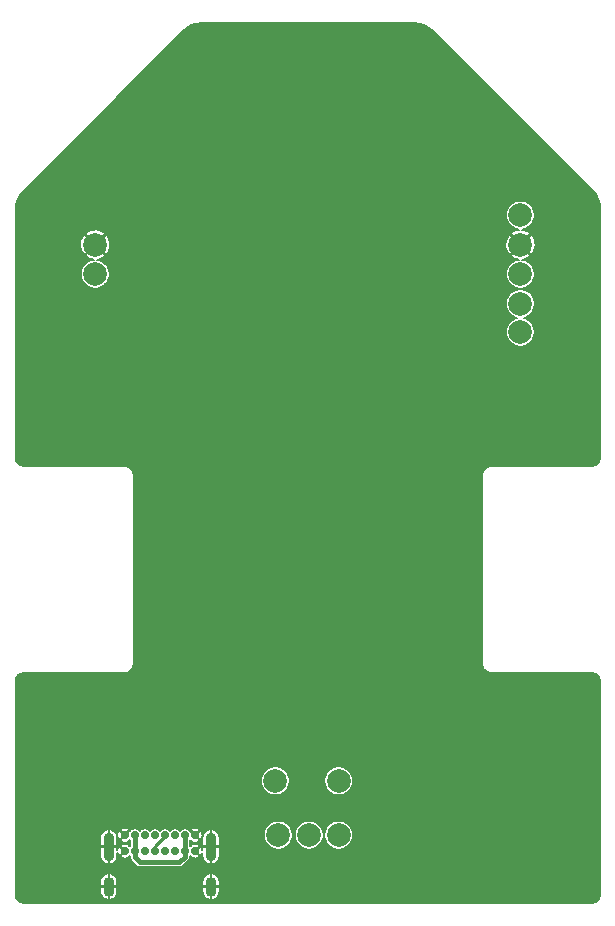
<source format=gbr>
G04 #@! TF.GenerationSoftware,KiCad,Pcbnew,5.1.7-a382d34a8~87~ubuntu18.04.1*
G04 #@! TF.CreationDate,2020-11-02T16:56:13+01:00*
G04 #@! TF.ProjectId,debug_station,64656275-675f-4737-9461-74696f6e2e6b,rev?*
G04 #@! TF.SameCoordinates,Original*
G04 #@! TF.FileFunction,Copper,L2,Bot*
G04 #@! TF.FilePolarity,Positive*
%FSLAX46Y46*%
G04 Gerber Fmt 4.6, Leading zero omitted, Abs format (unit mm)*
G04 Created by KiCad (PCBNEW 5.1.7-a382d34a8~87~ubuntu18.04.1) date 2020-11-02 16:56:13*
%MOMM*%
%LPD*%
G01*
G04 APERTURE LIST*
G04 #@! TA.AperFunction,ComponentPad*
%ADD10C,2.000000*%
G04 #@! TD*
G04 #@! TA.AperFunction,ComponentPad*
%ADD11O,0.900000X1.700000*%
G04 #@! TD*
G04 #@! TA.AperFunction,ComponentPad*
%ADD12O,0.900000X2.400000*%
G04 #@! TD*
G04 #@! TA.AperFunction,ComponentPad*
%ADD13C,0.700000*%
G04 #@! TD*
G04 #@! TA.AperFunction,ViaPad*
%ADD14C,0.800000*%
G04 #@! TD*
G04 #@! TA.AperFunction,Conductor*
%ADD15C,0.406400*%
G04 #@! TD*
G04 #@! TA.AperFunction,Conductor*
%ADD16C,0.152400*%
G04 #@! TD*
G04 #@! TA.AperFunction,Conductor*
%ADD17C,0.254000*%
G04 #@! TD*
G04 #@! TA.AperFunction,Conductor*
%ADD18C,0.100000*%
G04 #@! TD*
G04 APERTURE END LIST*
D10*
X34500000Y-192000000D03*
X37100000Y-192000000D03*
X55000000Y-139500000D03*
X39600000Y-187400000D03*
X34250000Y-187400000D03*
X39600000Y-192000000D03*
X19000000Y-142000000D03*
X19000000Y-144500000D03*
X55000000Y-142000000D03*
X55000000Y-144500000D03*
X55000000Y-149400000D03*
X55000000Y-147000000D03*
D11*
X28800000Y-196360000D03*
X20150000Y-196360000D03*
D12*
X28800000Y-192980000D03*
X20150000Y-192980000D03*
D13*
X24900000Y-193350000D03*
X27450000Y-193350000D03*
X26600000Y-193350000D03*
X25750000Y-193350000D03*
X21500000Y-193350000D03*
X23200000Y-193350000D03*
X24050000Y-193350000D03*
X22350000Y-193350000D03*
X27450000Y-192000000D03*
X26600000Y-192000000D03*
X25750000Y-192000000D03*
X24900000Y-192000000D03*
X24050000Y-192000000D03*
X23200000Y-192000000D03*
X22350000Y-192000000D03*
X21500000Y-192000000D03*
D14*
X19000000Y-142000000D03*
X19000000Y-144500000D03*
D15*
X39100000Y-191500000D02*
X39600000Y-192000000D01*
X22350000Y-192000000D02*
X22350000Y-193350000D01*
X26600000Y-192000000D02*
X26600000Y-193350000D01*
X22350000Y-193350000D02*
X22350000Y-193850000D01*
X22350000Y-193850000D02*
X22800000Y-194300000D01*
X26600000Y-193833088D02*
X26600000Y-193350000D01*
X26133088Y-194300000D02*
X26600000Y-193833088D01*
X22800000Y-194300000D02*
X26133088Y-194300000D01*
D16*
X39050000Y-187750000D02*
X39600000Y-187200000D01*
D17*
X24900000Y-192081514D02*
X24900000Y-192000000D01*
X24050000Y-192931514D02*
X24900000Y-192081514D01*
X24050000Y-193350000D02*
X24050000Y-192931514D01*
D16*
X46436094Y-123297576D02*
X46855571Y-123424223D01*
X47242469Y-123629941D01*
X47591462Y-123914572D01*
X61079676Y-137402787D01*
X61365715Y-137751017D01*
X61572777Y-138137185D01*
X61700889Y-138556222D01*
X61746400Y-139004270D01*
X61746401Y-157987541D01*
X61746400Y-159987593D01*
X61730991Y-160144742D01*
X61688957Y-160283968D01*
X61620679Y-160412379D01*
X61528760Y-160525083D01*
X61416701Y-160617786D01*
X61288772Y-160686957D01*
X61149840Y-160729963D01*
X60993459Y-160746400D01*
X52487541Y-160746400D01*
X52476600Y-160747477D01*
X52473526Y-160747456D01*
X52470001Y-160747801D01*
X52372953Y-160758001D01*
X52350442Y-160762622D01*
X52327860Y-160766930D01*
X52324470Y-160767953D01*
X52231251Y-160796809D01*
X52210027Y-160805731D01*
X52188749Y-160814328D01*
X52185622Y-160815990D01*
X52099785Y-160862403D01*
X52080738Y-160875250D01*
X52061497Y-160887841D01*
X52058753Y-160890079D01*
X51983564Y-160952281D01*
X51967347Y-160968612D01*
X51950948Y-160984671D01*
X51948690Y-160987399D01*
X51887014Y-161063020D01*
X51874284Y-161082181D01*
X51861307Y-161101133D01*
X51859623Y-161104247D01*
X51813811Y-161190408D01*
X51805050Y-161211664D01*
X51795998Y-161232783D01*
X51794951Y-161236165D01*
X51766746Y-161329583D01*
X51762277Y-161352155D01*
X51757503Y-161374615D01*
X51757132Y-161378137D01*
X51747689Y-161474452D01*
X51746400Y-161487542D01*
X51746401Y-177512459D01*
X51747478Y-177523390D01*
X51747456Y-177526475D01*
X51747801Y-177529999D01*
X51758001Y-177627047D01*
X51762625Y-177649571D01*
X51766930Y-177672140D01*
X51767953Y-177675530D01*
X51796809Y-177768749D01*
X51805736Y-177789985D01*
X51814328Y-177811251D01*
X51815990Y-177814377D01*
X51862403Y-177900215D01*
X51875234Y-177919238D01*
X51887841Y-177938503D01*
X51890079Y-177941247D01*
X51952281Y-178016436D01*
X51968612Y-178032653D01*
X51984671Y-178049052D01*
X51987399Y-178051310D01*
X52063020Y-178112986D01*
X52082163Y-178125704D01*
X52101132Y-178138693D01*
X52104247Y-178140377D01*
X52190408Y-178186189D01*
X52211668Y-178194951D01*
X52232783Y-178204001D01*
X52236165Y-178205049D01*
X52329583Y-178233254D01*
X52352155Y-178237723D01*
X52374615Y-178242497D01*
X52378137Y-178242868D01*
X52475254Y-178252390D01*
X52475255Y-178252390D01*
X52487541Y-178253600D01*
X60987593Y-178253600D01*
X61144744Y-178269009D01*
X61283964Y-178311042D01*
X61412378Y-178379320D01*
X61525083Y-178471240D01*
X61617786Y-178583299D01*
X61686957Y-178711228D01*
X61729963Y-178850160D01*
X61746400Y-179006541D01*
X61746401Y-182987532D01*
X61746400Y-182987542D01*
X61746401Y-196987583D01*
X61730991Y-197144742D01*
X61688957Y-197283968D01*
X61620679Y-197412379D01*
X61528760Y-197525083D01*
X61416701Y-197617786D01*
X61288772Y-197686957D01*
X61149840Y-197729963D01*
X60993459Y-197746400D01*
X13012407Y-197746400D01*
X12855258Y-197730991D01*
X12716032Y-197688957D01*
X12587621Y-197620679D01*
X12474917Y-197528760D01*
X12382214Y-197416701D01*
X12313043Y-197288772D01*
X12270037Y-197149840D01*
X12253600Y-196993459D01*
X12253600Y-196385400D01*
X19420600Y-196385400D01*
X19420600Y-196785400D01*
X19439571Y-196927211D01*
X19485843Y-197062596D01*
X19557638Y-197186352D01*
X19652197Y-197293724D01*
X19765887Y-197380585D01*
X19894338Y-197443597D01*
X20010879Y-197476010D01*
X20124600Y-197419061D01*
X20124600Y-196385400D01*
X20175400Y-196385400D01*
X20175400Y-197419061D01*
X20289121Y-197476010D01*
X20405662Y-197443597D01*
X20534113Y-197380585D01*
X20647803Y-197293724D01*
X20742362Y-197186352D01*
X20814157Y-197062596D01*
X20860429Y-196927211D01*
X20879400Y-196785400D01*
X20879400Y-196385400D01*
X28070600Y-196385400D01*
X28070600Y-196785400D01*
X28089571Y-196927211D01*
X28135843Y-197062596D01*
X28207638Y-197186352D01*
X28302197Y-197293724D01*
X28415887Y-197380585D01*
X28544338Y-197443597D01*
X28660879Y-197476010D01*
X28774600Y-197419061D01*
X28774600Y-196385400D01*
X28825400Y-196385400D01*
X28825400Y-197419061D01*
X28939121Y-197476010D01*
X29055662Y-197443597D01*
X29184113Y-197380585D01*
X29297803Y-197293724D01*
X29392362Y-197186352D01*
X29464157Y-197062596D01*
X29510429Y-196927211D01*
X29529400Y-196785400D01*
X29529400Y-196385400D01*
X28825400Y-196385400D01*
X28774600Y-196385400D01*
X28070600Y-196385400D01*
X20879400Y-196385400D01*
X20175400Y-196385400D01*
X20124600Y-196385400D01*
X19420600Y-196385400D01*
X12253600Y-196385400D01*
X12253600Y-195934600D01*
X19420600Y-195934600D01*
X19420600Y-196334600D01*
X20124600Y-196334600D01*
X20124600Y-195300939D01*
X20175400Y-195300939D01*
X20175400Y-196334600D01*
X20879400Y-196334600D01*
X20879400Y-195934600D01*
X28070600Y-195934600D01*
X28070600Y-196334600D01*
X28774600Y-196334600D01*
X28774600Y-195300939D01*
X28825400Y-195300939D01*
X28825400Y-196334600D01*
X29529400Y-196334600D01*
X29529400Y-195934600D01*
X29510429Y-195792789D01*
X29464157Y-195657404D01*
X29392362Y-195533648D01*
X29297803Y-195426276D01*
X29184113Y-195339415D01*
X29055662Y-195276403D01*
X28939121Y-195243990D01*
X28825400Y-195300939D01*
X28774600Y-195300939D01*
X28660879Y-195243990D01*
X28544338Y-195276403D01*
X28415887Y-195339415D01*
X28302197Y-195426276D01*
X28207638Y-195533648D01*
X28135843Y-195657404D01*
X28089571Y-195792789D01*
X28070600Y-195934600D01*
X20879400Y-195934600D01*
X20860429Y-195792789D01*
X20814157Y-195657404D01*
X20742362Y-195533648D01*
X20647803Y-195426276D01*
X20534113Y-195339415D01*
X20405662Y-195276403D01*
X20289121Y-195243990D01*
X20175400Y-195300939D01*
X20124600Y-195300939D01*
X20010879Y-195243990D01*
X19894338Y-195276403D01*
X19765887Y-195339415D01*
X19652197Y-195426276D01*
X19557638Y-195533648D01*
X19485843Y-195657404D01*
X19439571Y-195792789D01*
X19420600Y-195934600D01*
X12253600Y-195934600D01*
X12253600Y-193005400D01*
X19420600Y-193005400D01*
X19420600Y-193755400D01*
X19439571Y-193897211D01*
X19485843Y-194032596D01*
X19557638Y-194156352D01*
X19652197Y-194263724D01*
X19765887Y-194350585D01*
X19894338Y-194413597D01*
X20010879Y-194446010D01*
X20124600Y-194389061D01*
X20124600Y-193005400D01*
X20175400Y-193005400D01*
X20175400Y-194389061D01*
X20289121Y-194446010D01*
X20405662Y-194413597D01*
X20534113Y-194350585D01*
X20647803Y-194263724D01*
X20742362Y-194156352D01*
X20814157Y-194032596D01*
X20860429Y-193897211D01*
X20879400Y-193755400D01*
X20879400Y-193469730D01*
X20879819Y-193473945D01*
X20915916Y-193592554D01*
X20973824Y-193700893D01*
X21084631Y-193729448D01*
X21464079Y-193350000D01*
X21084631Y-192970552D01*
X20973824Y-192999107D01*
X20915479Y-193108502D01*
X20879596Y-193227177D01*
X20879400Y-193229186D01*
X20879400Y-193005400D01*
X20175400Y-193005400D01*
X20124600Y-193005400D01*
X19420600Y-193005400D01*
X12253600Y-193005400D01*
X12253600Y-192204600D01*
X19420600Y-192204600D01*
X19420600Y-192954600D01*
X20124600Y-192954600D01*
X20124600Y-191570939D01*
X20175400Y-191570939D01*
X20175400Y-192954600D01*
X20879400Y-192954600D01*
X20879400Y-192415369D01*
X21120552Y-192415369D01*
X21149107Y-192526176D01*
X21258502Y-192584521D01*
X21377177Y-192620404D01*
X21500571Y-192632445D01*
X21623945Y-192620181D01*
X21742554Y-192584084D01*
X21850893Y-192526176D01*
X21879447Y-192415371D01*
X21918200Y-192454124D01*
X21918201Y-192895875D01*
X21879447Y-192934629D01*
X21850893Y-192823824D01*
X21741498Y-192765479D01*
X21622823Y-192729596D01*
X21499429Y-192717555D01*
X21376055Y-192729819D01*
X21257446Y-192765916D01*
X21149107Y-192823824D01*
X21120552Y-192934631D01*
X21500000Y-193314079D01*
X21514143Y-193299937D01*
X21550064Y-193335858D01*
X21535921Y-193350000D01*
X21550064Y-193364143D01*
X21514143Y-193400064D01*
X21500000Y-193385921D01*
X21120552Y-193765369D01*
X21149107Y-193876176D01*
X21258502Y-193934521D01*
X21377177Y-193970404D01*
X21500571Y-193982445D01*
X21623945Y-193970181D01*
X21742554Y-193934084D01*
X21850893Y-193876176D01*
X21879447Y-193765371D01*
X21918201Y-193804125D01*
X21918201Y-193828781D01*
X21916111Y-193850000D01*
X21924448Y-193934647D01*
X21938948Y-193982445D01*
X21949140Y-194016042D01*
X21989235Y-194091056D01*
X22043195Y-194156806D01*
X22059674Y-194170330D01*
X22479674Y-194590332D01*
X22493194Y-194606806D01*
X22558944Y-194660766D01*
X22633958Y-194700861D01*
X22715352Y-194725552D01*
X22799999Y-194733889D01*
X22821209Y-194731800D01*
X26111878Y-194731800D01*
X26133088Y-194733889D01*
X26154298Y-194731800D01*
X26217736Y-194725552D01*
X26299130Y-194700861D01*
X26374144Y-194660766D01*
X26439894Y-194606806D01*
X26453422Y-194590322D01*
X26890333Y-194153413D01*
X26906806Y-194139894D01*
X26960766Y-194074144D01*
X27000861Y-193999130D01*
X27025552Y-193917736D01*
X27031800Y-193854298D01*
X27031800Y-193854297D01*
X27033889Y-193833089D01*
X27031800Y-193811879D01*
X27031800Y-193804124D01*
X27070553Y-193765371D01*
X27099107Y-193876176D01*
X27208502Y-193934521D01*
X27327177Y-193970404D01*
X27450571Y-193982445D01*
X27573945Y-193970181D01*
X27692554Y-193934084D01*
X27800893Y-193876176D01*
X27829448Y-193765369D01*
X27450000Y-193385921D01*
X27435858Y-193400064D01*
X27399937Y-193364143D01*
X27414079Y-193350000D01*
X27485921Y-193350000D01*
X27865369Y-193729448D01*
X27976176Y-193700893D01*
X28034521Y-193591498D01*
X28070404Y-193472823D01*
X28070600Y-193470814D01*
X28070600Y-193755400D01*
X28089571Y-193897211D01*
X28135843Y-194032596D01*
X28207638Y-194156352D01*
X28302197Y-194263724D01*
X28415887Y-194350585D01*
X28544338Y-194413597D01*
X28660879Y-194446010D01*
X28774600Y-194389061D01*
X28774600Y-193005400D01*
X28825400Y-193005400D01*
X28825400Y-194389061D01*
X28939121Y-194446010D01*
X29055662Y-194413597D01*
X29184113Y-194350585D01*
X29297803Y-194263724D01*
X29392362Y-194156352D01*
X29464157Y-194032596D01*
X29510429Y-193897211D01*
X29529400Y-193755400D01*
X29529400Y-193005400D01*
X28825400Y-193005400D01*
X28774600Y-193005400D01*
X28070600Y-193005400D01*
X28070600Y-193230270D01*
X28070181Y-193226055D01*
X28034084Y-193107446D01*
X27976176Y-192999107D01*
X27865369Y-192970552D01*
X27485921Y-193350000D01*
X27414079Y-193350000D01*
X27399937Y-193335858D01*
X27435858Y-193299937D01*
X27450000Y-193314079D01*
X27829448Y-192934631D01*
X27800893Y-192823824D01*
X27691498Y-192765479D01*
X27572823Y-192729596D01*
X27449429Y-192717555D01*
X27326055Y-192729819D01*
X27207446Y-192765916D01*
X27099107Y-192823824D01*
X27070553Y-192934629D01*
X27031800Y-192895876D01*
X27031800Y-192454124D01*
X27070553Y-192415371D01*
X27099107Y-192526176D01*
X27208502Y-192584521D01*
X27327177Y-192620404D01*
X27450571Y-192632445D01*
X27573945Y-192620181D01*
X27692554Y-192584084D01*
X27800893Y-192526176D01*
X27829448Y-192415369D01*
X27450000Y-192035921D01*
X27435858Y-192050064D01*
X27399937Y-192014143D01*
X27414079Y-192000000D01*
X27485921Y-192000000D01*
X27865369Y-192379448D01*
X27976176Y-192350893D01*
X28034521Y-192241498D01*
X28045677Y-192204600D01*
X28070600Y-192204600D01*
X28070600Y-192954600D01*
X28774600Y-192954600D01*
X28774600Y-191570939D01*
X28825400Y-191570939D01*
X28825400Y-192954600D01*
X29529400Y-192954600D01*
X29529400Y-192204600D01*
X29510429Y-192062789D01*
X29464157Y-191927404D01*
X29436073Y-191878993D01*
X33271400Y-191878993D01*
X33271400Y-192121007D01*
X33318614Y-192358369D01*
X33411229Y-192581960D01*
X33545684Y-192783187D01*
X33716813Y-192954316D01*
X33918040Y-193088771D01*
X34141631Y-193181386D01*
X34378993Y-193228600D01*
X34621007Y-193228600D01*
X34858369Y-193181386D01*
X35081960Y-193088771D01*
X35283187Y-192954316D01*
X35454316Y-192783187D01*
X35588771Y-192581960D01*
X35681386Y-192358369D01*
X35728600Y-192121007D01*
X35728600Y-191878993D01*
X35871400Y-191878993D01*
X35871400Y-192121007D01*
X35918614Y-192358369D01*
X36011229Y-192581960D01*
X36145684Y-192783187D01*
X36316813Y-192954316D01*
X36518040Y-193088771D01*
X36741631Y-193181386D01*
X36978993Y-193228600D01*
X37221007Y-193228600D01*
X37458369Y-193181386D01*
X37681960Y-193088771D01*
X37883187Y-192954316D01*
X38054316Y-192783187D01*
X38188771Y-192581960D01*
X38281386Y-192358369D01*
X38328600Y-192121007D01*
X38328600Y-191878993D01*
X38371400Y-191878993D01*
X38371400Y-192121007D01*
X38418614Y-192358369D01*
X38511229Y-192581960D01*
X38645684Y-192783187D01*
X38816813Y-192954316D01*
X39018040Y-193088771D01*
X39241631Y-193181386D01*
X39478993Y-193228600D01*
X39721007Y-193228600D01*
X39958369Y-193181386D01*
X40181960Y-193088771D01*
X40383187Y-192954316D01*
X40554316Y-192783187D01*
X40688771Y-192581960D01*
X40781386Y-192358369D01*
X40828600Y-192121007D01*
X40828600Y-191878993D01*
X40781386Y-191641631D01*
X40688771Y-191418040D01*
X40554316Y-191216813D01*
X40383187Y-191045684D01*
X40181960Y-190911229D01*
X39958369Y-190818614D01*
X39721007Y-190771400D01*
X39478993Y-190771400D01*
X39241631Y-190818614D01*
X39018040Y-190911229D01*
X38816813Y-191045684D01*
X38645684Y-191216813D01*
X38511229Y-191418040D01*
X38418614Y-191641631D01*
X38371400Y-191878993D01*
X38328600Y-191878993D01*
X38281386Y-191641631D01*
X38188771Y-191418040D01*
X38054316Y-191216813D01*
X37883187Y-191045684D01*
X37681960Y-190911229D01*
X37458369Y-190818614D01*
X37221007Y-190771400D01*
X36978993Y-190771400D01*
X36741631Y-190818614D01*
X36518040Y-190911229D01*
X36316813Y-191045684D01*
X36145684Y-191216813D01*
X36011229Y-191418040D01*
X35918614Y-191641631D01*
X35871400Y-191878993D01*
X35728600Y-191878993D01*
X35681386Y-191641631D01*
X35588771Y-191418040D01*
X35454316Y-191216813D01*
X35283187Y-191045684D01*
X35081960Y-190911229D01*
X34858369Y-190818614D01*
X34621007Y-190771400D01*
X34378993Y-190771400D01*
X34141631Y-190818614D01*
X33918040Y-190911229D01*
X33716813Y-191045684D01*
X33545684Y-191216813D01*
X33411229Y-191418040D01*
X33318614Y-191641631D01*
X33271400Y-191878993D01*
X29436073Y-191878993D01*
X29392362Y-191803648D01*
X29297803Y-191696276D01*
X29184113Y-191609415D01*
X29055662Y-191546403D01*
X28939121Y-191513990D01*
X28825400Y-191570939D01*
X28774600Y-191570939D01*
X28660879Y-191513990D01*
X28544338Y-191546403D01*
X28415887Y-191609415D01*
X28302197Y-191696276D01*
X28207638Y-191803648D01*
X28135843Y-191927404D01*
X28089571Y-192062789D01*
X28070600Y-192204600D01*
X28045677Y-192204600D01*
X28070404Y-192122823D01*
X28082445Y-191999429D01*
X28070181Y-191876055D01*
X28034084Y-191757446D01*
X27976176Y-191649107D01*
X27865369Y-191620552D01*
X27485921Y-192000000D01*
X27414079Y-192000000D01*
X27057855Y-191643776D01*
X27049428Y-191631164D01*
X27002895Y-191584631D01*
X27070552Y-191584631D01*
X27450000Y-191964079D01*
X27829448Y-191584631D01*
X27800893Y-191473824D01*
X27691498Y-191415479D01*
X27572823Y-191379596D01*
X27449429Y-191367555D01*
X27326055Y-191379819D01*
X27207446Y-191415916D01*
X27099107Y-191473824D01*
X27070552Y-191584631D01*
X27002895Y-191584631D01*
X26968836Y-191550572D01*
X26874070Y-191487251D01*
X26768772Y-191443635D01*
X26656987Y-191421400D01*
X26543013Y-191421400D01*
X26431228Y-191443635D01*
X26325930Y-191487251D01*
X26231164Y-191550572D01*
X26175000Y-191606736D01*
X26118836Y-191550572D01*
X26024070Y-191487251D01*
X25918772Y-191443635D01*
X25806987Y-191421400D01*
X25693013Y-191421400D01*
X25581228Y-191443635D01*
X25475930Y-191487251D01*
X25381164Y-191550572D01*
X25325000Y-191606736D01*
X25268836Y-191550572D01*
X25174070Y-191487251D01*
X25068772Y-191443635D01*
X24956987Y-191421400D01*
X24843013Y-191421400D01*
X24731228Y-191443635D01*
X24625930Y-191487251D01*
X24531164Y-191550572D01*
X24475000Y-191606736D01*
X24418836Y-191550572D01*
X24324070Y-191487251D01*
X24218772Y-191443635D01*
X24106987Y-191421400D01*
X23993013Y-191421400D01*
X23881228Y-191443635D01*
X23775930Y-191487251D01*
X23681164Y-191550572D01*
X23625000Y-191606736D01*
X23568836Y-191550572D01*
X23474070Y-191487251D01*
X23368772Y-191443635D01*
X23256987Y-191421400D01*
X23143013Y-191421400D01*
X23031228Y-191443635D01*
X22925930Y-191487251D01*
X22831164Y-191550572D01*
X22775000Y-191606736D01*
X22718836Y-191550572D01*
X22624070Y-191487251D01*
X22518772Y-191443635D01*
X22406987Y-191421400D01*
X22293013Y-191421400D01*
X22181228Y-191443635D01*
X22075930Y-191487251D01*
X21981164Y-191550572D01*
X21900572Y-191631164D01*
X21892145Y-191643776D01*
X21535921Y-192000000D01*
X21550064Y-192014143D01*
X21514143Y-192050064D01*
X21500000Y-192035921D01*
X21120552Y-192415369D01*
X20879400Y-192415369D01*
X20879400Y-192204600D01*
X20860429Y-192062789D01*
X20839165Y-192000571D01*
X20867555Y-192000571D01*
X20879819Y-192123945D01*
X20915916Y-192242554D01*
X20973824Y-192350893D01*
X21084631Y-192379448D01*
X21464079Y-192000000D01*
X21084631Y-191620552D01*
X20973824Y-191649107D01*
X20915479Y-191758502D01*
X20879596Y-191877177D01*
X20867555Y-192000571D01*
X20839165Y-192000571D01*
X20814157Y-191927404D01*
X20742362Y-191803648D01*
X20647803Y-191696276D01*
X20534113Y-191609415D01*
X20483591Y-191584631D01*
X21120552Y-191584631D01*
X21500000Y-191964079D01*
X21879448Y-191584631D01*
X21850893Y-191473824D01*
X21741498Y-191415479D01*
X21622823Y-191379596D01*
X21499429Y-191367555D01*
X21376055Y-191379819D01*
X21257446Y-191415916D01*
X21149107Y-191473824D01*
X21120552Y-191584631D01*
X20483591Y-191584631D01*
X20405662Y-191546403D01*
X20289121Y-191513990D01*
X20175400Y-191570939D01*
X20124600Y-191570939D01*
X20010879Y-191513990D01*
X19894338Y-191546403D01*
X19765887Y-191609415D01*
X19652197Y-191696276D01*
X19557638Y-191803648D01*
X19485843Y-191927404D01*
X19439571Y-192062789D01*
X19420600Y-192204600D01*
X12253600Y-192204600D01*
X12253600Y-187278993D01*
X33021400Y-187278993D01*
X33021400Y-187521007D01*
X33068614Y-187758369D01*
X33161229Y-187981960D01*
X33295684Y-188183187D01*
X33466813Y-188354316D01*
X33668040Y-188488771D01*
X33891631Y-188581386D01*
X34128993Y-188628600D01*
X34371007Y-188628600D01*
X34608369Y-188581386D01*
X34831960Y-188488771D01*
X35033187Y-188354316D01*
X35204316Y-188183187D01*
X35338771Y-187981960D01*
X35431386Y-187758369D01*
X35478600Y-187521007D01*
X35478600Y-187278993D01*
X38371400Y-187278993D01*
X38371400Y-187521007D01*
X38418614Y-187758369D01*
X38511229Y-187981960D01*
X38645684Y-188183187D01*
X38816813Y-188354316D01*
X39018040Y-188488771D01*
X39241631Y-188581386D01*
X39478993Y-188628600D01*
X39721007Y-188628600D01*
X39958369Y-188581386D01*
X40181960Y-188488771D01*
X40383187Y-188354316D01*
X40554316Y-188183187D01*
X40688771Y-187981960D01*
X40781386Y-187758369D01*
X40828600Y-187521007D01*
X40828600Y-187278993D01*
X40781386Y-187041631D01*
X40688771Y-186818040D01*
X40554316Y-186616813D01*
X40383187Y-186445684D01*
X40181960Y-186311229D01*
X39958369Y-186218614D01*
X39721007Y-186171400D01*
X39478993Y-186171400D01*
X39241631Y-186218614D01*
X39018040Y-186311229D01*
X38816813Y-186445684D01*
X38645684Y-186616813D01*
X38511229Y-186818040D01*
X38418614Y-187041631D01*
X38371400Y-187278993D01*
X35478600Y-187278993D01*
X35431386Y-187041631D01*
X35338771Y-186818040D01*
X35204316Y-186616813D01*
X35033187Y-186445684D01*
X34831960Y-186311229D01*
X34608369Y-186218614D01*
X34371007Y-186171400D01*
X34128993Y-186171400D01*
X33891631Y-186218614D01*
X33668040Y-186311229D01*
X33466813Y-186445684D01*
X33295684Y-186616813D01*
X33161229Y-186818040D01*
X33068614Y-187041631D01*
X33021400Y-187278993D01*
X12253600Y-187278993D01*
X12253600Y-179012407D01*
X12269009Y-178855256D01*
X12311042Y-178716036D01*
X12379320Y-178587622D01*
X12471240Y-178474917D01*
X12583299Y-178382214D01*
X12711228Y-178313043D01*
X12850160Y-178270037D01*
X13006541Y-178253600D01*
X21512459Y-178253600D01*
X21523400Y-178252523D01*
X21526475Y-178252544D01*
X21529999Y-178252199D01*
X21627047Y-178241999D01*
X21649571Y-178237375D01*
X21672140Y-178233070D01*
X21675530Y-178232047D01*
X21768749Y-178203191D01*
X21789985Y-178194264D01*
X21811251Y-178185672D01*
X21814372Y-178184013D01*
X21814376Y-178184011D01*
X21814379Y-178184009D01*
X21900215Y-178137597D01*
X21919238Y-178124766D01*
X21938503Y-178112159D01*
X21941247Y-178109921D01*
X22016436Y-178047719D01*
X22032653Y-178031388D01*
X22049052Y-178015329D01*
X22051310Y-178012601D01*
X22112986Y-177936980D01*
X22125704Y-177917837D01*
X22138693Y-177898868D01*
X22140377Y-177895753D01*
X22186189Y-177809592D01*
X22194951Y-177788332D01*
X22204001Y-177767217D01*
X22205049Y-177763835D01*
X22233254Y-177670417D01*
X22237723Y-177647845D01*
X22242497Y-177625385D01*
X22242868Y-177621863D01*
X22252390Y-177524746D01*
X22252390Y-177524745D01*
X22253600Y-177512459D01*
X22253600Y-161487541D01*
X22252523Y-161476600D01*
X22252544Y-161473526D01*
X22252199Y-161470001D01*
X22241999Y-161372953D01*
X22237378Y-161350442D01*
X22233070Y-161327860D01*
X22232047Y-161324470D01*
X22203191Y-161231251D01*
X22194269Y-161210027D01*
X22185672Y-161188749D01*
X22184010Y-161185622D01*
X22137597Y-161099785D01*
X22124750Y-161080738D01*
X22112159Y-161061497D01*
X22109921Y-161058753D01*
X22047719Y-160983564D01*
X22031388Y-160967347D01*
X22015329Y-160950948D01*
X22012601Y-160948690D01*
X21936980Y-160887014D01*
X21917819Y-160874284D01*
X21898867Y-160861307D01*
X21895753Y-160859623D01*
X21809592Y-160813811D01*
X21788336Y-160805050D01*
X21767217Y-160795998D01*
X21763835Y-160794951D01*
X21670417Y-160766746D01*
X21647845Y-160762277D01*
X21625385Y-160757503D01*
X21621863Y-160757132D01*
X21524746Y-160747610D01*
X21524745Y-160747610D01*
X21512459Y-160746400D01*
X13012407Y-160746400D01*
X12855258Y-160730991D01*
X12716032Y-160688957D01*
X12587621Y-160620679D01*
X12474917Y-160528760D01*
X12382214Y-160416701D01*
X12313043Y-160288772D01*
X12270037Y-160149840D01*
X12253600Y-159993459D01*
X12253600Y-157999940D01*
X12268306Y-146878993D01*
X53771400Y-146878993D01*
X53771400Y-147121007D01*
X53818614Y-147358369D01*
X53911229Y-147581960D01*
X54045684Y-147783187D01*
X54216813Y-147954316D01*
X54418040Y-148088771D01*
X54641631Y-148181386D01*
X54735210Y-148200000D01*
X54641631Y-148218614D01*
X54418040Y-148311229D01*
X54216813Y-148445684D01*
X54045684Y-148616813D01*
X53911229Y-148818040D01*
X53818614Y-149041631D01*
X53771400Y-149278993D01*
X53771400Y-149521007D01*
X53818614Y-149758369D01*
X53911229Y-149981960D01*
X54045684Y-150183187D01*
X54216813Y-150354316D01*
X54418040Y-150488771D01*
X54641631Y-150581386D01*
X54878993Y-150628600D01*
X55121007Y-150628600D01*
X55358369Y-150581386D01*
X55581960Y-150488771D01*
X55783187Y-150354316D01*
X55954316Y-150183187D01*
X56088771Y-149981960D01*
X56181386Y-149758369D01*
X56228600Y-149521007D01*
X56228600Y-149278993D01*
X56181386Y-149041631D01*
X56088771Y-148818040D01*
X55954316Y-148616813D01*
X55783187Y-148445684D01*
X55581960Y-148311229D01*
X55358369Y-148218614D01*
X55264790Y-148200000D01*
X55358369Y-148181386D01*
X55581960Y-148088771D01*
X55783187Y-147954316D01*
X55954316Y-147783187D01*
X56088771Y-147581960D01*
X56181386Y-147358369D01*
X56228600Y-147121007D01*
X56228600Y-146878993D01*
X56181386Y-146641631D01*
X56088771Y-146418040D01*
X55954316Y-146216813D01*
X55783187Y-146045684D01*
X55581960Y-145911229D01*
X55358369Y-145818614D01*
X55121007Y-145771400D01*
X54878993Y-145771400D01*
X54641631Y-145818614D01*
X54418040Y-145911229D01*
X54216813Y-146045684D01*
X54045684Y-146216813D01*
X53911229Y-146418040D01*
X53818614Y-146641631D01*
X53771400Y-146878993D01*
X12268306Y-146878993D01*
X12271613Y-144378993D01*
X17771400Y-144378993D01*
X17771400Y-144621007D01*
X17818614Y-144858369D01*
X17911229Y-145081960D01*
X18045684Y-145283187D01*
X18216813Y-145454316D01*
X18418040Y-145588771D01*
X18641631Y-145681386D01*
X18878993Y-145728600D01*
X19121007Y-145728600D01*
X19358369Y-145681386D01*
X19581960Y-145588771D01*
X19783187Y-145454316D01*
X19954316Y-145283187D01*
X20088771Y-145081960D01*
X20181386Y-144858369D01*
X20228600Y-144621007D01*
X20228600Y-144378993D01*
X53771400Y-144378993D01*
X53771400Y-144621007D01*
X53818614Y-144858369D01*
X53911229Y-145081960D01*
X54045684Y-145283187D01*
X54216813Y-145454316D01*
X54418040Y-145588771D01*
X54641631Y-145681386D01*
X54878993Y-145728600D01*
X55121007Y-145728600D01*
X55358369Y-145681386D01*
X55581960Y-145588771D01*
X55783187Y-145454316D01*
X55954316Y-145283187D01*
X56088771Y-145081960D01*
X56181386Y-144858369D01*
X56228600Y-144621007D01*
X56228600Y-144378993D01*
X56181386Y-144141631D01*
X56088771Y-143918040D01*
X55954316Y-143716813D01*
X55783187Y-143545684D01*
X55581960Y-143411229D01*
X55358369Y-143318614D01*
X55129758Y-143273141D01*
X55226158Y-143265542D01*
X55468707Y-143197103D01*
X55693245Y-143082661D01*
X55734954Y-143054791D01*
X55841510Y-142877431D01*
X55000000Y-142035921D01*
X54158490Y-142877431D01*
X54265046Y-143054791D01*
X54484947Y-143177906D01*
X54724641Y-143255755D01*
X54870781Y-143273034D01*
X54641631Y-143318614D01*
X54418040Y-143411229D01*
X54216813Y-143545684D01*
X54045684Y-143716813D01*
X53911229Y-143918040D01*
X53818614Y-144141631D01*
X53771400Y-144378993D01*
X20228600Y-144378993D01*
X20181386Y-144141631D01*
X20088771Y-143918040D01*
X19954316Y-143716813D01*
X19783187Y-143545684D01*
X19581960Y-143411229D01*
X19358369Y-143318614D01*
X19129758Y-143273141D01*
X19226158Y-143265542D01*
X19468707Y-143197103D01*
X19693245Y-143082661D01*
X19734954Y-143054791D01*
X19841510Y-142877431D01*
X19000000Y-142035921D01*
X18158490Y-142877431D01*
X18265046Y-143054791D01*
X18484947Y-143177906D01*
X18724641Y-143255755D01*
X18870781Y-143273034D01*
X18641631Y-143318614D01*
X18418040Y-143411229D01*
X18216813Y-143545684D01*
X18045684Y-143716813D01*
X17911229Y-143918040D01*
X17818614Y-144141631D01*
X17771400Y-144378993D01*
X12271613Y-144378993D01*
X12274793Y-141974918D01*
X17714654Y-141974918D01*
X17734458Y-142226158D01*
X17802897Y-142468707D01*
X17917339Y-142693245D01*
X17945209Y-142734954D01*
X18122569Y-142841510D01*
X18964079Y-142000000D01*
X19035921Y-142000000D01*
X19877431Y-142841510D01*
X20054791Y-142734954D01*
X20177906Y-142515053D01*
X20255755Y-142275359D01*
X20285346Y-142025082D01*
X20281392Y-141974918D01*
X53714654Y-141974918D01*
X53734458Y-142226158D01*
X53802897Y-142468707D01*
X53917339Y-142693245D01*
X53945209Y-142734954D01*
X54122569Y-142841510D01*
X54964079Y-142000000D01*
X55035921Y-142000000D01*
X55877431Y-142841510D01*
X56054791Y-142734954D01*
X56177906Y-142515053D01*
X56255755Y-142275359D01*
X56285346Y-142025082D01*
X56265542Y-141773842D01*
X56197103Y-141531293D01*
X56082661Y-141306755D01*
X56054791Y-141265046D01*
X55877431Y-141158490D01*
X55035921Y-142000000D01*
X54964079Y-142000000D01*
X54122569Y-141158490D01*
X53945209Y-141265046D01*
X53822094Y-141484947D01*
X53744245Y-141724641D01*
X53714654Y-141974918D01*
X20281392Y-141974918D01*
X20265542Y-141773842D01*
X20197103Y-141531293D01*
X20082661Y-141306755D01*
X20054791Y-141265046D01*
X19877431Y-141158490D01*
X19035921Y-142000000D01*
X18964079Y-142000000D01*
X18122569Y-141158490D01*
X17945209Y-141265046D01*
X17822094Y-141484947D01*
X17744245Y-141724641D01*
X17714654Y-141974918D01*
X12274793Y-141974918D01*
X12275920Y-141122569D01*
X18158490Y-141122569D01*
X19000000Y-141964079D01*
X19841510Y-141122569D01*
X19734954Y-140945209D01*
X19515053Y-140822094D01*
X19275359Y-140744245D01*
X19025082Y-140714654D01*
X18773842Y-140734458D01*
X18531293Y-140802897D01*
X18306755Y-140917339D01*
X18265046Y-140945209D01*
X18158490Y-141122569D01*
X12275920Y-141122569D01*
X12278226Y-139378993D01*
X53771400Y-139378993D01*
X53771400Y-139621007D01*
X53818614Y-139858369D01*
X53911229Y-140081960D01*
X54045684Y-140283187D01*
X54216813Y-140454316D01*
X54418040Y-140588771D01*
X54641631Y-140681386D01*
X54870242Y-140726859D01*
X54773842Y-140734458D01*
X54531293Y-140802897D01*
X54306755Y-140917339D01*
X54265046Y-140945209D01*
X54158490Y-141122569D01*
X55000000Y-141964079D01*
X55841510Y-141122569D01*
X55734954Y-140945209D01*
X55515053Y-140822094D01*
X55275359Y-140744245D01*
X55129219Y-140726966D01*
X55358369Y-140681386D01*
X55581960Y-140588771D01*
X55783187Y-140454316D01*
X55954316Y-140283187D01*
X56088771Y-140081960D01*
X56181386Y-139858369D01*
X56228600Y-139621007D01*
X56228600Y-139378993D01*
X56181386Y-139141631D01*
X56088771Y-138918040D01*
X55954316Y-138716813D01*
X55783187Y-138545684D01*
X55581960Y-138411229D01*
X55358369Y-138318614D01*
X55121007Y-138271400D01*
X54878993Y-138271400D01*
X54641631Y-138318614D01*
X54418040Y-138411229D01*
X54216813Y-138545684D01*
X54045684Y-138716813D01*
X53911229Y-138918040D01*
X53818614Y-139141631D01*
X53771400Y-139378993D01*
X12278226Y-139378993D01*
X12278711Y-139012577D01*
X12322226Y-138568785D01*
X12447456Y-138154003D01*
X12650871Y-137771437D01*
X12932446Y-137426191D01*
X26402914Y-123920220D01*
X26751017Y-123634285D01*
X27137185Y-123427223D01*
X27556222Y-123299111D01*
X28004270Y-123253600D01*
X45987594Y-123253600D01*
X46436094Y-123297576D01*
G04 #@! TA.AperFunction,Conductor*
D18*
G36*
X46436094Y-123297576D02*
G01*
X46855571Y-123424223D01*
X47242469Y-123629941D01*
X47591462Y-123914572D01*
X61079676Y-137402787D01*
X61365715Y-137751017D01*
X61572777Y-138137185D01*
X61700889Y-138556222D01*
X61746400Y-139004270D01*
X61746401Y-157987541D01*
X61746400Y-159987593D01*
X61730991Y-160144742D01*
X61688957Y-160283968D01*
X61620679Y-160412379D01*
X61528760Y-160525083D01*
X61416701Y-160617786D01*
X61288772Y-160686957D01*
X61149840Y-160729963D01*
X60993459Y-160746400D01*
X52487541Y-160746400D01*
X52476600Y-160747477D01*
X52473526Y-160747456D01*
X52470001Y-160747801D01*
X52372953Y-160758001D01*
X52350442Y-160762622D01*
X52327860Y-160766930D01*
X52324470Y-160767953D01*
X52231251Y-160796809D01*
X52210027Y-160805731D01*
X52188749Y-160814328D01*
X52185622Y-160815990D01*
X52099785Y-160862403D01*
X52080738Y-160875250D01*
X52061497Y-160887841D01*
X52058753Y-160890079D01*
X51983564Y-160952281D01*
X51967347Y-160968612D01*
X51950948Y-160984671D01*
X51948690Y-160987399D01*
X51887014Y-161063020D01*
X51874284Y-161082181D01*
X51861307Y-161101133D01*
X51859623Y-161104247D01*
X51813811Y-161190408D01*
X51805050Y-161211664D01*
X51795998Y-161232783D01*
X51794951Y-161236165D01*
X51766746Y-161329583D01*
X51762277Y-161352155D01*
X51757503Y-161374615D01*
X51757132Y-161378137D01*
X51747689Y-161474452D01*
X51746400Y-161487542D01*
X51746401Y-177512459D01*
X51747478Y-177523390D01*
X51747456Y-177526475D01*
X51747801Y-177529999D01*
X51758001Y-177627047D01*
X51762625Y-177649571D01*
X51766930Y-177672140D01*
X51767953Y-177675530D01*
X51796809Y-177768749D01*
X51805736Y-177789985D01*
X51814328Y-177811251D01*
X51815990Y-177814377D01*
X51862403Y-177900215D01*
X51875234Y-177919238D01*
X51887841Y-177938503D01*
X51890079Y-177941247D01*
X51952281Y-178016436D01*
X51968612Y-178032653D01*
X51984671Y-178049052D01*
X51987399Y-178051310D01*
X52063020Y-178112986D01*
X52082163Y-178125704D01*
X52101132Y-178138693D01*
X52104247Y-178140377D01*
X52190408Y-178186189D01*
X52211668Y-178194951D01*
X52232783Y-178204001D01*
X52236165Y-178205049D01*
X52329583Y-178233254D01*
X52352155Y-178237723D01*
X52374615Y-178242497D01*
X52378137Y-178242868D01*
X52475254Y-178252390D01*
X52475255Y-178252390D01*
X52487541Y-178253600D01*
X60987593Y-178253600D01*
X61144744Y-178269009D01*
X61283964Y-178311042D01*
X61412378Y-178379320D01*
X61525083Y-178471240D01*
X61617786Y-178583299D01*
X61686957Y-178711228D01*
X61729963Y-178850160D01*
X61746400Y-179006541D01*
X61746401Y-182987532D01*
X61746400Y-182987542D01*
X61746401Y-196987583D01*
X61730991Y-197144742D01*
X61688957Y-197283968D01*
X61620679Y-197412379D01*
X61528760Y-197525083D01*
X61416701Y-197617786D01*
X61288772Y-197686957D01*
X61149840Y-197729963D01*
X60993459Y-197746400D01*
X13012407Y-197746400D01*
X12855258Y-197730991D01*
X12716032Y-197688957D01*
X12587621Y-197620679D01*
X12474917Y-197528760D01*
X12382214Y-197416701D01*
X12313043Y-197288772D01*
X12270037Y-197149840D01*
X12253600Y-196993459D01*
X12253600Y-196385400D01*
X19420600Y-196385400D01*
X19420600Y-196785400D01*
X19439571Y-196927211D01*
X19485843Y-197062596D01*
X19557638Y-197186352D01*
X19652197Y-197293724D01*
X19765887Y-197380585D01*
X19894338Y-197443597D01*
X20010879Y-197476010D01*
X20124600Y-197419061D01*
X20124600Y-196385400D01*
X20175400Y-196385400D01*
X20175400Y-197419061D01*
X20289121Y-197476010D01*
X20405662Y-197443597D01*
X20534113Y-197380585D01*
X20647803Y-197293724D01*
X20742362Y-197186352D01*
X20814157Y-197062596D01*
X20860429Y-196927211D01*
X20879400Y-196785400D01*
X20879400Y-196385400D01*
X28070600Y-196385400D01*
X28070600Y-196785400D01*
X28089571Y-196927211D01*
X28135843Y-197062596D01*
X28207638Y-197186352D01*
X28302197Y-197293724D01*
X28415887Y-197380585D01*
X28544338Y-197443597D01*
X28660879Y-197476010D01*
X28774600Y-197419061D01*
X28774600Y-196385400D01*
X28825400Y-196385400D01*
X28825400Y-197419061D01*
X28939121Y-197476010D01*
X29055662Y-197443597D01*
X29184113Y-197380585D01*
X29297803Y-197293724D01*
X29392362Y-197186352D01*
X29464157Y-197062596D01*
X29510429Y-196927211D01*
X29529400Y-196785400D01*
X29529400Y-196385400D01*
X28825400Y-196385400D01*
X28774600Y-196385400D01*
X28070600Y-196385400D01*
X20879400Y-196385400D01*
X20175400Y-196385400D01*
X20124600Y-196385400D01*
X19420600Y-196385400D01*
X12253600Y-196385400D01*
X12253600Y-195934600D01*
X19420600Y-195934600D01*
X19420600Y-196334600D01*
X20124600Y-196334600D01*
X20124600Y-195300939D01*
X20175400Y-195300939D01*
X20175400Y-196334600D01*
X20879400Y-196334600D01*
X20879400Y-195934600D01*
X28070600Y-195934600D01*
X28070600Y-196334600D01*
X28774600Y-196334600D01*
X28774600Y-195300939D01*
X28825400Y-195300939D01*
X28825400Y-196334600D01*
X29529400Y-196334600D01*
X29529400Y-195934600D01*
X29510429Y-195792789D01*
X29464157Y-195657404D01*
X29392362Y-195533648D01*
X29297803Y-195426276D01*
X29184113Y-195339415D01*
X29055662Y-195276403D01*
X28939121Y-195243990D01*
X28825400Y-195300939D01*
X28774600Y-195300939D01*
X28660879Y-195243990D01*
X28544338Y-195276403D01*
X28415887Y-195339415D01*
X28302197Y-195426276D01*
X28207638Y-195533648D01*
X28135843Y-195657404D01*
X28089571Y-195792789D01*
X28070600Y-195934600D01*
X20879400Y-195934600D01*
X20860429Y-195792789D01*
X20814157Y-195657404D01*
X20742362Y-195533648D01*
X20647803Y-195426276D01*
X20534113Y-195339415D01*
X20405662Y-195276403D01*
X20289121Y-195243990D01*
X20175400Y-195300939D01*
X20124600Y-195300939D01*
X20010879Y-195243990D01*
X19894338Y-195276403D01*
X19765887Y-195339415D01*
X19652197Y-195426276D01*
X19557638Y-195533648D01*
X19485843Y-195657404D01*
X19439571Y-195792789D01*
X19420600Y-195934600D01*
X12253600Y-195934600D01*
X12253600Y-193005400D01*
X19420600Y-193005400D01*
X19420600Y-193755400D01*
X19439571Y-193897211D01*
X19485843Y-194032596D01*
X19557638Y-194156352D01*
X19652197Y-194263724D01*
X19765887Y-194350585D01*
X19894338Y-194413597D01*
X20010879Y-194446010D01*
X20124600Y-194389061D01*
X20124600Y-193005400D01*
X20175400Y-193005400D01*
X20175400Y-194389061D01*
X20289121Y-194446010D01*
X20405662Y-194413597D01*
X20534113Y-194350585D01*
X20647803Y-194263724D01*
X20742362Y-194156352D01*
X20814157Y-194032596D01*
X20860429Y-193897211D01*
X20879400Y-193755400D01*
X20879400Y-193469730D01*
X20879819Y-193473945D01*
X20915916Y-193592554D01*
X20973824Y-193700893D01*
X21084631Y-193729448D01*
X21464079Y-193350000D01*
X21084631Y-192970552D01*
X20973824Y-192999107D01*
X20915479Y-193108502D01*
X20879596Y-193227177D01*
X20879400Y-193229186D01*
X20879400Y-193005400D01*
X20175400Y-193005400D01*
X20124600Y-193005400D01*
X19420600Y-193005400D01*
X12253600Y-193005400D01*
X12253600Y-192204600D01*
X19420600Y-192204600D01*
X19420600Y-192954600D01*
X20124600Y-192954600D01*
X20124600Y-191570939D01*
X20175400Y-191570939D01*
X20175400Y-192954600D01*
X20879400Y-192954600D01*
X20879400Y-192415369D01*
X21120552Y-192415369D01*
X21149107Y-192526176D01*
X21258502Y-192584521D01*
X21377177Y-192620404D01*
X21500571Y-192632445D01*
X21623945Y-192620181D01*
X21742554Y-192584084D01*
X21850893Y-192526176D01*
X21879447Y-192415371D01*
X21918200Y-192454124D01*
X21918201Y-192895875D01*
X21879447Y-192934629D01*
X21850893Y-192823824D01*
X21741498Y-192765479D01*
X21622823Y-192729596D01*
X21499429Y-192717555D01*
X21376055Y-192729819D01*
X21257446Y-192765916D01*
X21149107Y-192823824D01*
X21120552Y-192934631D01*
X21500000Y-193314079D01*
X21514143Y-193299937D01*
X21550064Y-193335858D01*
X21535921Y-193350000D01*
X21550064Y-193364143D01*
X21514143Y-193400064D01*
X21500000Y-193385921D01*
X21120552Y-193765369D01*
X21149107Y-193876176D01*
X21258502Y-193934521D01*
X21377177Y-193970404D01*
X21500571Y-193982445D01*
X21623945Y-193970181D01*
X21742554Y-193934084D01*
X21850893Y-193876176D01*
X21879447Y-193765371D01*
X21918201Y-193804125D01*
X21918201Y-193828781D01*
X21916111Y-193850000D01*
X21924448Y-193934647D01*
X21938948Y-193982445D01*
X21949140Y-194016042D01*
X21989235Y-194091056D01*
X22043195Y-194156806D01*
X22059674Y-194170330D01*
X22479674Y-194590332D01*
X22493194Y-194606806D01*
X22558944Y-194660766D01*
X22633958Y-194700861D01*
X22715352Y-194725552D01*
X22799999Y-194733889D01*
X22821209Y-194731800D01*
X26111878Y-194731800D01*
X26133088Y-194733889D01*
X26154298Y-194731800D01*
X26217736Y-194725552D01*
X26299130Y-194700861D01*
X26374144Y-194660766D01*
X26439894Y-194606806D01*
X26453422Y-194590322D01*
X26890333Y-194153413D01*
X26906806Y-194139894D01*
X26960766Y-194074144D01*
X27000861Y-193999130D01*
X27025552Y-193917736D01*
X27031800Y-193854298D01*
X27031800Y-193854297D01*
X27033889Y-193833089D01*
X27031800Y-193811879D01*
X27031800Y-193804124D01*
X27070553Y-193765371D01*
X27099107Y-193876176D01*
X27208502Y-193934521D01*
X27327177Y-193970404D01*
X27450571Y-193982445D01*
X27573945Y-193970181D01*
X27692554Y-193934084D01*
X27800893Y-193876176D01*
X27829448Y-193765369D01*
X27450000Y-193385921D01*
X27435858Y-193400064D01*
X27399937Y-193364143D01*
X27414079Y-193350000D01*
X27485921Y-193350000D01*
X27865369Y-193729448D01*
X27976176Y-193700893D01*
X28034521Y-193591498D01*
X28070404Y-193472823D01*
X28070600Y-193470814D01*
X28070600Y-193755400D01*
X28089571Y-193897211D01*
X28135843Y-194032596D01*
X28207638Y-194156352D01*
X28302197Y-194263724D01*
X28415887Y-194350585D01*
X28544338Y-194413597D01*
X28660879Y-194446010D01*
X28774600Y-194389061D01*
X28774600Y-193005400D01*
X28825400Y-193005400D01*
X28825400Y-194389061D01*
X28939121Y-194446010D01*
X29055662Y-194413597D01*
X29184113Y-194350585D01*
X29297803Y-194263724D01*
X29392362Y-194156352D01*
X29464157Y-194032596D01*
X29510429Y-193897211D01*
X29529400Y-193755400D01*
X29529400Y-193005400D01*
X28825400Y-193005400D01*
X28774600Y-193005400D01*
X28070600Y-193005400D01*
X28070600Y-193230270D01*
X28070181Y-193226055D01*
X28034084Y-193107446D01*
X27976176Y-192999107D01*
X27865369Y-192970552D01*
X27485921Y-193350000D01*
X27414079Y-193350000D01*
X27399937Y-193335858D01*
X27435858Y-193299937D01*
X27450000Y-193314079D01*
X27829448Y-192934631D01*
X27800893Y-192823824D01*
X27691498Y-192765479D01*
X27572823Y-192729596D01*
X27449429Y-192717555D01*
X27326055Y-192729819D01*
X27207446Y-192765916D01*
X27099107Y-192823824D01*
X27070553Y-192934629D01*
X27031800Y-192895876D01*
X27031800Y-192454124D01*
X27070553Y-192415371D01*
X27099107Y-192526176D01*
X27208502Y-192584521D01*
X27327177Y-192620404D01*
X27450571Y-192632445D01*
X27573945Y-192620181D01*
X27692554Y-192584084D01*
X27800893Y-192526176D01*
X27829448Y-192415369D01*
X27450000Y-192035921D01*
X27435858Y-192050064D01*
X27399937Y-192014143D01*
X27414079Y-192000000D01*
X27485921Y-192000000D01*
X27865369Y-192379448D01*
X27976176Y-192350893D01*
X28034521Y-192241498D01*
X28045677Y-192204600D01*
X28070600Y-192204600D01*
X28070600Y-192954600D01*
X28774600Y-192954600D01*
X28774600Y-191570939D01*
X28825400Y-191570939D01*
X28825400Y-192954600D01*
X29529400Y-192954600D01*
X29529400Y-192204600D01*
X29510429Y-192062789D01*
X29464157Y-191927404D01*
X29436073Y-191878993D01*
X33271400Y-191878993D01*
X33271400Y-192121007D01*
X33318614Y-192358369D01*
X33411229Y-192581960D01*
X33545684Y-192783187D01*
X33716813Y-192954316D01*
X33918040Y-193088771D01*
X34141631Y-193181386D01*
X34378993Y-193228600D01*
X34621007Y-193228600D01*
X34858369Y-193181386D01*
X35081960Y-193088771D01*
X35283187Y-192954316D01*
X35454316Y-192783187D01*
X35588771Y-192581960D01*
X35681386Y-192358369D01*
X35728600Y-192121007D01*
X35728600Y-191878993D01*
X35871400Y-191878993D01*
X35871400Y-192121007D01*
X35918614Y-192358369D01*
X36011229Y-192581960D01*
X36145684Y-192783187D01*
X36316813Y-192954316D01*
X36518040Y-193088771D01*
X36741631Y-193181386D01*
X36978993Y-193228600D01*
X37221007Y-193228600D01*
X37458369Y-193181386D01*
X37681960Y-193088771D01*
X37883187Y-192954316D01*
X38054316Y-192783187D01*
X38188771Y-192581960D01*
X38281386Y-192358369D01*
X38328600Y-192121007D01*
X38328600Y-191878993D01*
X38371400Y-191878993D01*
X38371400Y-192121007D01*
X38418614Y-192358369D01*
X38511229Y-192581960D01*
X38645684Y-192783187D01*
X38816813Y-192954316D01*
X39018040Y-193088771D01*
X39241631Y-193181386D01*
X39478993Y-193228600D01*
X39721007Y-193228600D01*
X39958369Y-193181386D01*
X40181960Y-193088771D01*
X40383187Y-192954316D01*
X40554316Y-192783187D01*
X40688771Y-192581960D01*
X40781386Y-192358369D01*
X40828600Y-192121007D01*
X40828600Y-191878993D01*
X40781386Y-191641631D01*
X40688771Y-191418040D01*
X40554316Y-191216813D01*
X40383187Y-191045684D01*
X40181960Y-190911229D01*
X39958369Y-190818614D01*
X39721007Y-190771400D01*
X39478993Y-190771400D01*
X39241631Y-190818614D01*
X39018040Y-190911229D01*
X38816813Y-191045684D01*
X38645684Y-191216813D01*
X38511229Y-191418040D01*
X38418614Y-191641631D01*
X38371400Y-191878993D01*
X38328600Y-191878993D01*
X38281386Y-191641631D01*
X38188771Y-191418040D01*
X38054316Y-191216813D01*
X37883187Y-191045684D01*
X37681960Y-190911229D01*
X37458369Y-190818614D01*
X37221007Y-190771400D01*
X36978993Y-190771400D01*
X36741631Y-190818614D01*
X36518040Y-190911229D01*
X36316813Y-191045684D01*
X36145684Y-191216813D01*
X36011229Y-191418040D01*
X35918614Y-191641631D01*
X35871400Y-191878993D01*
X35728600Y-191878993D01*
X35681386Y-191641631D01*
X35588771Y-191418040D01*
X35454316Y-191216813D01*
X35283187Y-191045684D01*
X35081960Y-190911229D01*
X34858369Y-190818614D01*
X34621007Y-190771400D01*
X34378993Y-190771400D01*
X34141631Y-190818614D01*
X33918040Y-190911229D01*
X33716813Y-191045684D01*
X33545684Y-191216813D01*
X33411229Y-191418040D01*
X33318614Y-191641631D01*
X33271400Y-191878993D01*
X29436073Y-191878993D01*
X29392362Y-191803648D01*
X29297803Y-191696276D01*
X29184113Y-191609415D01*
X29055662Y-191546403D01*
X28939121Y-191513990D01*
X28825400Y-191570939D01*
X28774600Y-191570939D01*
X28660879Y-191513990D01*
X28544338Y-191546403D01*
X28415887Y-191609415D01*
X28302197Y-191696276D01*
X28207638Y-191803648D01*
X28135843Y-191927404D01*
X28089571Y-192062789D01*
X28070600Y-192204600D01*
X28045677Y-192204600D01*
X28070404Y-192122823D01*
X28082445Y-191999429D01*
X28070181Y-191876055D01*
X28034084Y-191757446D01*
X27976176Y-191649107D01*
X27865369Y-191620552D01*
X27485921Y-192000000D01*
X27414079Y-192000000D01*
X27057855Y-191643776D01*
X27049428Y-191631164D01*
X27002895Y-191584631D01*
X27070552Y-191584631D01*
X27450000Y-191964079D01*
X27829448Y-191584631D01*
X27800893Y-191473824D01*
X27691498Y-191415479D01*
X27572823Y-191379596D01*
X27449429Y-191367555D01*
X27326055Y-191379819D01*
X27207446Y-191415916D01*
X27099107Y-191473824D01*
X27070552Y-191584631D01*
X27002895Y-191584631D01*
X26968836Y-191550572D01*
X26874070Y-191487251D01*
X26768772Y-191443635D01*
X26656987Y-191421400D01*
X26543013Y-191421400D01*
X26431228Y-191443635D01*
X26325930Y-191487251D01*
X26231164Y-191550572D01*
X26175000Y-191606736D01*
X26118836Y-191550572D01*
X26024070Y-191487251D01*
X25918772Y-191443635D01*
X25806987Y-191421400D01*
X25693013Y-191421400D01*
X25581228Y-191443635D01*
X25475930Y-191487251D01*
X25381164Y-191550572D01*
X25325000Y-191606736D01*
X25268836Y-191550572D01*
X25174070Y-191487251D01*
X25068772Y-191443635D01*
X24956987Y-191421400D01*
X24843013Y-191421400D01*
X24731228Y-191443635D01*
X24625930Y-191487251D01*
X24531164Y-191550572D01*
X24475000Y-191606736D01*
X24418836Y-191550572D01*
X24324070Y-191487251D01*
X24218772Y-191443635D01*
X24106987Y-191421400D01*
X23993013Y-191421400D01*
X23881228Y-191443635D01*
X23775930Y-191487251D01*
X23681164Y-191550572D01*
X23625000Y-191606736D01*
X23568836Y-191550572D01*
X23474070Y-191487251D01*
X23368772Y-191443635D01*
X23256987Y-191421400D01*
X23143013Y-191421400D01*
X23031228Y-191443635D01*
X22925930Y-191487251D01*
X22831164Y-191550572D01*
X22775000Y-191606736D01*
X22718836Y-191550572D01*
X22624070Y-191487251D01*
X22518772Y-191443635D01*
X22406987Y-191421400D01*
X22293013Y-191421400D01*
X22181228Y-191443635D01*
X22075930Y-191487251D01*
X21981164Y-191550572D01*
X21900572Y-191631164D01*
X21892145Y-191643776D01*
X21535921Y-192000000D01*
X21550064Y-192014143D01*
X21514143Y-192050064D01*
X21500000Y-192035921D01*
X21120552Y-192415369D01*
X20879400Y-192415369D01*
X20879400Y-192204600D01*
X20860429Y-192062789D01*
X20839165Y-192000571D01*
X20867555Y-192000571D01*
X20879819Y-192123945D01*
X20915916Y-192242554D01*
X20973824Y-192350893D01*
X21084631Y-192379448D01*
X21464079Y-192000000D01*
X21084631Y-191620552D01*
X20973824Y-191649107D01*
X20915479Y-191758502D01*
X20879596Y-191877177D01*
X20867555Y-192000571D01*
X20839165Y-192000571D01*
X20814157Y-191927404D01*
X20742362Y-191803648D01*
X20647803Y-191696276D01*
X20534113Y-191609415D01*
X20483591Y-191584631D01*
X21120552Y-191584631D01*
X21500000Y-191964079D01*
X21879448Y-191584631D01*
X21850893Y-191473824D01*
X21741498Y-191415479D01*
X21622823Y-191379596D01*
X21499429Y-191367555D01*
X21376055Y-191379819D01*
X21257446Y-191415916D01*
X21149107Y-191473824D01*
X21120552Y-191584631D01*
X20483591Y-191584631D01*
X20405662Y-191546403D01*
X20289121Y-191513990D01*
X20175400Y-191570939D01*
X20124600Y-191570939D01*
X20010879Y-191513990D01*
X19894338Y-191546403D01*
X19765887Y-191609415D01*
X19652197Y-191696276D01*
X19557638Y-191803648D01*
X19485843Y-191927404D01*
X19439571Y-192062789D01*
X19420600Y-192204600D01*
X12253600Y-192204600D01*
X12253600Y-187278993D01*
X33021400Y-187278993D01*
X33021400Y-187521007D01*
X33068614Y-187758369D01*
X33161229Y-187981960D01*
X33295684Y-188183187D01*
X33466813Y-188354316D01*
X33668040Y-188488771D01*
X33891631Y-188581386D01*
X34128993Y-188628600D01*
X34371007Y-188628600D01*
X34608369Y-188581386D01*
X34831960Y-188488771D01*
X35033187Y-188354316D01*
X35204316Y-188183187D01*
X35338771Y-187981960D01*
X35431386Y-187758369D01*
X35478600Y-187521007D01*
X35478600Y-187278993D01*
X38371400Y-187278993D01*
X38371400Y-187521007D01*
X38418614Y-187758369D01*
X38511229Y-187981960D01*
X38645684Y-188183187D01*
X38816813Y-188354316D01*
X39018040Y-188488771D01*
X39241631Y-188581386D01*
X39478993Y-188628600D01*
X39721007Y-188628600D01*
X39958369Y-188581386D01*
X40181960Y-188488771D01*
X40383187Y-188354316D01*
X40554316Y-188183187D01*
X40688771Y-187981960D01*
X40781386Y-187758369D01*
X40828600Y-187521007D01*
X40828600Y-187278993D01*
X40781386Y-187041631D01*
X40688771Y-186818040D01*
X40554316Y-186616813D01*
X40383187Y-186445684D01*
X40181960Y-186311229D01*
X39958369Y-186218614D01*
X39721007Y-186171400D01*
X39478993Y-186171400D01*
X39241631Y-186218614D01*
X39018040Y-186311229D01*
X38816813Y-186445684D01*
X38645684Y-186616813D01*
X38511229Y-186818040D01*
X38418614Y-187041631D01*
X38371400Y-187278993D01*
X35478600Y-187278993D01*
X35431386Y-187041631D01*
X35338771Y-186818040D01*
X35204316Y-186616813D01*
X35033187Y-186445684D01*
X34831960Y-186311229D01*
X34608369Y-186218614D01*
X34371007Y-186171400D01*
X34128993Y-186171400D01*
X33891631Y-186218614D01*
X33668040Y-186311229D01*
X33466813Y-186445684D01*
X33295684Y-186616813D01*
X33161229Y-186818040D01*
X33068614Y-187041631D01*
X33021400Y-187278993D01*
X12253600Y-187278993D01*
X12253600Y-179012407D01*
X12269009Y-178855256D01*
X12311042Y-178716036D01*
X12379320Y-178587622D01*
X12471240Y-178474917D01*
X12583299Y-178382214D01*
X12711228Y-178313043D01*
X12850160Y-178270037D01*
X13006541Y-178253600D01*
X21512459Y-178253600D01*
X21523400Y-178252523D01*
X21526475Y-178252544D01*
X21529999Y-178252199D01*
X21627047Y-178241999D01*
X21649571Y-178237375D01*
X21672140Y-178233070D01*
X21675530Y-178232047D01*
X21768749Y-178203191D01*
X21789985Y-178194264D01*
X21811251Y-178185672D01*
X21814372Y-178184013D01*
X21814376Y-178184011D01*
X21814379Y-178184009D01*
X21900215Y-178137597D01*
X21919238Y-178124766D01*
X21938503Y-178112159D01*
X21941247Y-178109921D01*
X22016436Y-178047719D01*
X22032653Y-178031388D01*
X22049052Y-178015329D01*
X22051310Y-178012601D01*
X22112986Y-177936980D01*
X22125704Y-177917837D01*
X22138693Y-177898868D01*
X22140377Y-177895753D01*
X22186189Y-177809592D01*
X22194951Y-177788332D01*
X22204001Y-177767217D01*
X22205049Y-177763835D01*
X22233254Y-177670417D01*
X22237723Y-177647845D01*
X22242497Y-177625385D01*
X22242868Y-177621863D01*
X22252390Y-177524746D01*
X22252390Y-177524745D01*
X22253600Y-177512459D01*
X22253600Y-161487541D01*
X22252523Y-161476600D01*
X22252544Y-161473526D01*
X22252199Y-161470001D01*
X22241999Y-161372953D01*
X22237378Y-161350442D01*
X22233070Y-161327860D01*
X22232047Y-161324470D01*
X22203191Y-161231251D01*
X22194269Y-161210027D01*
X22185672Y-161188749D01*
X22184010Y-161185622D01*
X22137597Y-161099785D01*
X22124750Y-161080738D01*
X22112159Y-161061497D01*
X22109921Y-161058753D01*
X22047719Y-160983564D01*
X22031388Y-160967347D01*
X22015329Y-160950948D01*
X22012601Y-160948690D01*
X21936980Y-160887014D01*
X21917819Y-160874284D01*
X21898867Y-160861307D01*
X21895753Y-160859623D01*
X21809592Y-160813811D01*
X21788336Y-160805050D01*
X21767217Y-160795998D01*
X21763835Y-160794951D01*
X21670417Y-160766746D01*
X21647845Y-160762277D01*
X21625385Y-160757503D01*
X21621863Y-160757132D01*
X21524746Y-160747610D01*
X21524745Y-160747610D01*
X21512459Y-160746400D01*
X13012407Y-160746400D01*
X12855258Y-160730991D01*
X12716032Y-160688957D01*
X12587621Y-160620679D01*
X12474917Y-160528760D01*
X12382214Y-160416701D01*
X12313043Y-160288772D01*
X12270037Y-160149840D01*
X12253600Y-159993459D01*
X12253600Y-157999940D01*
X12268306Y-146878993D01*
X53771400Y-146878993D01*
X53771400Y-147121007D01*
X53818614Y-147358369D01*
X53911229Y-147581960D01*
X54045684Y-147783187D01*
X54216813Y-147954316D01*
X54418040Y-148088771D01*
X54641631Y-148181386D01*
X54735210Y-148200000D01*
X54641631Y-148218614D01*
X54418040Y-148311229D01*
X54216813Y-148445684D01*
X54045684Y-148616813D01*
X53911229Y-148818040D01*
X53818614Y-149041631D01*
X53771400Y-149278993D01*
X53771400Y-149521007D01*
X53818614Y-149758369D01*
X53911229Y-149981960D01*
X54045684Y-150183187D01*
X54216813Y-150354316D01*
X54418040Y-150488771D01*
X54641631Y-150581386D01*
X54878993Y-150628600D01*
X55121007Y-150628600D01*
X55358369Y-150581386D01*
X55581960Y-150488771D01*
X55783187Y-150354316D01*
X55954316Y-150183187D01*
X56088771Y-149981960D01*
X56181386Y-149758369D01*
X56228600Y-149521007D01*
X56228600Y-149278993D01*
X56181386Y-149041631D01*
X56088771Y-148818040D01*
X55954316Y-148616813D01*
X55783187Y-148445684D01*
X55581960Y-148311229D01*
X55358369Y-148218614D01*
X55264790Y-148200000D01*
X55358369Y-148181386D01*
X55581960Y-148088771D01*
X55783187Y-147954316D01*
X55954316Y-147783187D01*
X56088771Y-147581960D01*
X56181386Y-147358369D01*
X56228600Y-147121007D01*
X56228600Y-146878993D01*
X56181386Y-146641631D01*
X56088771Y-146418040D01*
X55954316Y-146216813D01*
X55783187Y-146045684D01*
X55581960Y-145911229D01*
X55358369Y-145818614D01*
X55121007Y-145771400D01*
X54878993Y-145771400D01*
X54641631Y-145818614D01*
X54418040Y-145911229D01*
X54216813Y-146045684D01*
X54045684Y-146216813D01*
X53911229Y-146418040D01*
X53818614Y-146641631D01*
X53771400Y-146878993D01*
X12268306Y-146878993D01*
X12271613Y-144378993D01*
X17771400Y-144378993D01*
X17771400Y-144621007D01*
X17818614Y-144858369D01*
X17911229Y-145081960D01*
X18045684Y-145283187D01*
X18216813Y-145454316D01*
X18418040Y-145588771D01*
X18641631Y-145681386D01*
X18878993Y-145728600D01*
X19121007Y-145728600D01*
X19358369Y-145681386D01*
X19581960Y-145588771D01*
X19783187Y-145454316D01*
X19954316Y-145283187D01*
X20088771Y-145081960D01*
X20181386Y-144858369D01*
X20228600Y-144621007D01*
X20228600Y-144378993D01*
X53771400Y-144378993D01*
X53771400Y-144621007D01*
X53818614Y-144858369D01*
X53911229Y-145081960D01*
X54045684Y-145283187D01*
X54216813Y-145454316D01*
X54418040Y-145588771D01*
X54641631Y-145681386D01*
X54878993Y-145728600D01*
X55121007Y-145728600D01*
X55358369Y-145681386D01*
X55581960Y-145588771D01*
X55783187Y-145454316D01*
X55954316Y-145283187D01*
X56088771Y-145081960D01*
X56181386Y-144858369D01*
X56228600Y-144621007D01*
X56228600Y-144378993D01*
X56181386Y-144141631D01*
X56088771Y-143918040D01*
X55954316Y-143716813D01*
X55783187Y-143545684D01*
X55581960Y-143411229D01*
X55358369Y-143318614D01*
X55129758Y-143273141D01*
X55226158Y-143265542D01*
X55468707Y-143197103D01*
X55693245Y-143082661D01*
X55734954Y-143054791D01*
X55841510Y-142877431D01*
X55000000Y-142035921D01*
X54158490Y-142877431D01*
X54265046Y-143054791D01*
X54484947Y-143177906D01*
X54724641Y-143255755D01*
X54870781Y-143273034D01*
X54641631Y-143318614D01*
X54418040Y-143411229D01*
X54216813Y-143545684D01*
X54045684Y-143716813D01*
X53911229Y-143918040D01*
X53818614Y-144141631D01*
X53771400Y-144378993D01*
X20228600Y-144378993D01*
X20181386Y-144141631D01*
X20088771Y-143918040D01*
X19954316Y-143716813D01*
X19783187Y-143545684D01*
X19581960Y-143411229D01*
X19358369Y-143318614D01*
X19129758Y-143273141D01*
X19226158Y-143265542D01*
X19468707Y-143197103D01*
X19693245Y-143082661D01*
X19734954Y-143054791D01*
X19841510Y-142877431D01*
X19000000Y-142035921D01*
X18158490Y-142877431D01*
X18265046Y-143054791D01*
X18484947Y-143177906D01*
X18724641Y-143255755D01*
X18870781Y-143273034D01*
X18641631Y-143318614D01*
X18418040Y-143411229D01*
X18216813Y-143545684D01*
X18045684Y-143716813D01*
X17911229Y-143918040D01*
X17818614Y-144141631D01*
X17771400Y-144378993D01*
X12271613Y-144378993D01*
X12274793Y-141974918D01*
X17714654Y-141974918D01*
X17734458Y-142226158D01*
X17802897Y-142468707D01*
X17917339Y-142693245D01*
X17945209Y-142734954D01*
X18122569Y-142841510D01*
X18964079Y-142000000D01*
X19035921Y-142000000D01*
X19877431Y-142841510D01*
X20054791Y-142734954D01*
X20177906Y-142515053D01*
X20255755Y-142275359D01*
X20285346Y-142025082D01*
X20281392Y-141974918D01*
X53714654Y-141974918D01*
X53734458Y-142226158D01*
X53802897Y-142468707D01*
X53917339Y-142693245D01*
X53945209Y-142734954D01*
X54122569Y-142841510D01*
X54964079Y-142000000D01*
X55035921Y-142000000D01*
X55877431Y-142841510D01*
X56054791Y-142734954D01*
X56177906Y-142515053D01*
X56255755Y-142275359D01*
X56285346Y-142025082D01*
X56265542Y-141773842D01*
X56197103Y-141531293D01*
X56082661Y-141306755D01*
X56054791Y-141265046D01*
X55877431Y-141158490D01*
X55035921Y-142000000D01*
X54964079Y-142000000D01*
X54122569Y-141158490D01*
X53945209Y-141265046D01*
X53822094Y-141484947D01*
X53744245Y-141724641D01*
X53714654Y-141974918D01*
X20281392Y-141974918D01*
X20265542Y-141773842D01*
X20197103Y-141531293D01*
X20082661Y-141306755D01*
X20054791Y-141265046D01*
X19877431Y-141158490D01*
X19035921Y-142000000D01*
X18964079Y-142000000D01*
X18122569Y-141158490D01*
X17945209Y-141265046D01*
X17822094Y-141484947D01*
X17744245Y-141724641D01*
X17714654Y-141974918D01*
X12274793Y-141974918D01*
X12275920Y-141122569D01*
X18158490Y-141122569D01*
X19000000Y-141964079D01*
X19841510Y-141122569D01*
X19734954Y-140945209D01*
X19515053Y-140822094D01*
X19275359Y-140744245D01*
X19025082Y-140714654D01*
X18773842Y-140734458D01*
X18531293Y-140802897D01*
X18306755Y-140917339D01*
X18265046Y-140945209D01*
X18158490Y-141122569D01*
X12275920Y-141122569D01*
X12278226Y-139378993D01*
X53771400Y-139378993D01*
X53771400Y-139621007D01*
X53818614Y-139858369D01*
X53911229Y-140081960D01*
X54045684Y-140283187D01*
X54216813Y-140454316D01*
X54418040Y-140588771D01*
X54641631Y-140681386D01*
X54870242Y-140726859D01*
X54773842Y-140734458D01*
X54531293Y-140802897D01*
X54306755Y-140917339D01*
X54265046Y-140945209D01*
X54158490Y-141122569D01*
X55000000Y-141964079D01*
X55841510Y-141122569D01*
X55734954Y-140945209D01*
X55515053Y-140822094D01*
X55275359Y-140744245D01*
X55129219Y-140726966D01*
X55358369Y-140681386D01*
X55581960Y-140588771D01*
X55783187Y-140454316D01*
X55954316Y-140283187D01*
X56088771Y-140081960D01*
X56181386Y-139858369D01*
X56228600Y-139621007D01*
X56228600Y-139378993D01*
X56181386Y-139141631D01*
X56088771Y-138918040D01*
X55954316Y-138716813D01*
X55783187Y-138545684D01*
X55581960Y-138411229D01*
X55358369Y-138318614D01*
X55121007Y-138271400D01*
X54878993Y-138271400D01*
X54641631Y-138318614D01*
X54418040Y-138411229D01*
X54216813Y-138545684D01*
X54045684Y-138716813D01*
X53911229Y-138918040D01*
X53818614Y-139141631D01*
X53771400Y-139378993D01*
X12278226Y-139378993D01*
X12278711Y-139012577D01*
X12322226Y-138568785D01*
X12447456Y-138154003D01*
X12650871Y-137771437D01*
X12932446Y-137426191D01*
X26402914Y-123920220D01*
X26751017Y-123634285D01*
X27137185Y-123427223D01*
X27556222Y-123299111D01*
X28004270Y-123253600D01*
X45987594Y-123253600D01*
X46436094Y-123297576D01*
G37*
G04 #@! TD.AperFunction*
M02*

</source>
